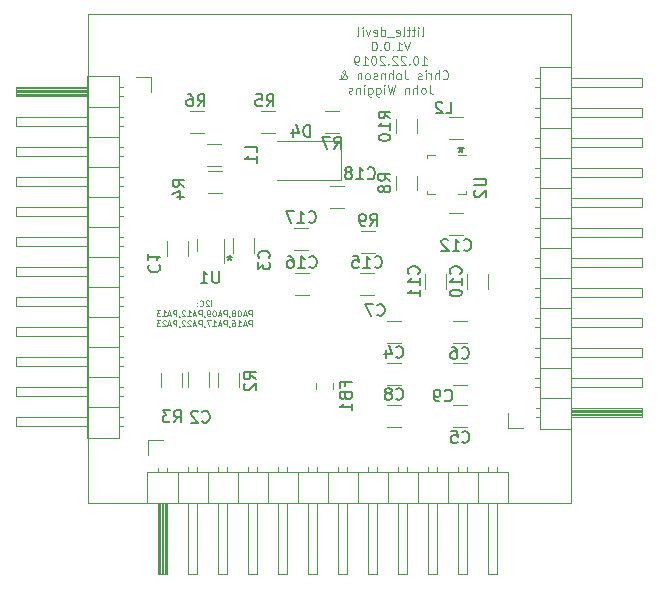
<source format=gbr>
G04 #@! TF.GenerationSoftware,KiCad,Pcbnew,(5.1.4)-1*
G04 #@! TF.CreationDate,2019-10-22T03:03:10-07:00*
G04 #@! TF.ProjectId,SAM_breakout_board,53414d5f-6272-4656-916b-6f75745f626f,rev?*
G04 #@! TF.SameCoordinates,PXd33a380PY5dfc8c0*
G04 #@! TF.FileFunction,Legend,Bot*
G04 #@! TF.FilePolarity,Positive*
%FSLAX46Y46*%
G04 Gerber Fmt 4.6, Leading zero omitted, Abs format (unit mm)*
G04 Created by KiCad (PCBNEW (5.1.4)-1) date 2019-10-22 03:03:10*
%MOMM*%
%LPD*%
G04 APERTURE LIST*
%ADD10C,0.100000*%
%ADD11C,0.150000*%
%ADD12C,0.050000*%
%ADD13C,0.120000*%
G04 APERTURE END LIST*
D10*
X-28360383Y33190155D02*
X-28288955Y33225869D01*
X-28253240Y33297298D01*
X-28253240Y33940155D01*
X-28646098Y33190155D02*
X-28646098Y33690155D01*
X-28646098Y33940155D02*
X-28610383Y33904440D01*
X-28646098Y33868726D01*
X-28681812Y33904440D01*
X-28646098Y33940155D01*
X-28646098Y33868726D01*
X-28896098Y33690155D02*
X-29181812Y33690155D01*
X-29003240Y33940155D02*
X-29003240Y33297298D01*
X-29038955Y33225869D01*
X-29110383Y33190155D01*
X-29181812Y33190155D01*
X-29324669Y33690155D02*
X-29610383Y33690155D01*
X-29431812Y33940155D02*
X-29431812Y33297298D01*
X-29467526Y33225869D01*
X-29538955Y33190155D01*
X-29610383Y33190155D01*
X-29967526Y33190155D02*
X-29896098Y33225869D01*
X-29860383Y33297298D01*
X-29860383Y33940155D01*
X-30538955Y33225869D02*
X-30467526Y33190155D01*
X-30324669Y33190155D01*
X-30253240Y33225869D01*
X-30217526Y33297298D01*
X-30217526Y33583012D01*
X-30253240Y33654440D01*
X-30324669Y33690155D01*
X-30467526Y33690155D01*
X-30538955Y33654440D01*
X-30574669Y33583012D01*
X-30574669Y33511583D01*
X-30217526Y33440155D01*
X-30717526Y33118726D02*
X-31288955Y33118726D01*
X-31788955Y33190155D02*
X-31788955Y33940155D01*
X-31788955Y33225869D02*
X-31717526Y33190155D01*
X-31574669Y33190155D01*
X-31503240Y33225869D01*
X-31467526Y33261583D01*
X-31431812Y33333012D01*
X-31431812Y33547298D01*
X-31467526Y33618726D01*
X-31503240Y33654440D01*
X-31574669Y33690155D01*
X-31717526Y33690155D01*
X-31788955Y33654440D01*
X-32431812Y33225869D02*
X-32360383Y33190155D01*
X-32217526Y33190155D01*
X-32146098Y33225869D01*
X-32110383Y33297298D01*
X-32110383Y33583012D01*
X-32146098Y33654440D01*
X-32217526Y33690155D01*
X-32360383Y33690155D01*
X-32431812Y33654440D01*
X-32467526Y33583012D01*
X-32467526Y33511583D01*
X-32110383Y33440155D01*
X-32717526Y33690155D02*
X-32896098Y33190155D01*
X-33074669Y33690155D01*
X-33360383Y33190155D02*
X-33360383Y33690155D01*
X-33360383Y33940155D02*
X-33324669Y33904440D01*
X-33360383Y33868726D01*
X-33396098Y33904440D01*
X-33360383Y33940155D01*
X-33360383Y33868726D01*
X-33824669Y33190155D02*
X-33753240Y33225869D01*
X-33717526Y33297298D01*
X-33717526Y33940155D01*
X-29324669Y32715155D02*
X-29574669Y31965155D01*
X-29824669Y32715155D01*
X-30467526Y31965155D02*
X-30038955Y31965155D01*
X-30253240Y31965155D02*
X-30253240Y32715155D01*
X-30181812Y32608012D01*
X-30110383Y32536583D01*
X-30038955Y32500869D01*
X-30788955Y32036583D02*
X-30824669Y32000869D01*
X-30788955Y31965155D01*
X-30753240Y32000869D01*
X-30788955Y32036583D01*
X-30788955Y31965155D01*
X-31288955Y32715155D02*
X-31360383Y32715155D01*
X-31431812Y32679440D01*
X-31467526Y32643726D01*
X-31503240Y32572298D01*
X-31538955Y32429440D01*
X-31538955Y32250869D01*
X-31503240Y32108012D01*
X-31467526Y32036583D01*
X-31431812Y32000869D01*
X-31360383Y31965155D01*
X-31288955Y31965155D01*
X-31217526Y32000869D01*
X-31181812Y32036583D01*
X-31146098Y32108012D01*
X-31110383Y32250869D01*
X-31110383Y32429440D01*
X-31146098Y32572298D01*
X-31181812Y32643726D01*
X-31217526Y32679440D01*
X-31288955Y32715155D01*
X-31860383Y32036583D02*
X-31896098Y32000869D01*
X-31860383Y31965155D01*
X-31824669Y32000869D01*
X-31860383Y32036583D01*
X-31860383Y31965155D01*
X-32360383Y32715155D02*
X-32431812Y32715155D01*
X-32503240Y32679440D01*
X-32538955Y32643726D01*
X-32574669Y32572298D01*
X-32610383Y32429440D01*
X-32610383Y32250869D01*
X-32574669Y32108012D01*
X-32538955Y32036583D01*
X-32503240Y32000869D01*
X-32431812Y31965155D01*
X-32360383Y31965155D01*
X-32288955Y32000869D01*
X-32253240Y32036583D01*
X-32217526Y32108012D01*
X-32181812Y32250869D01*
X-32181812Y32429440D01*
X-32217526Y32572298D01*
X-32253240Y32643726D01*
X-32288955Y32679440D01*
X-32360383Y32715155D01*
X-28360383Y30740155D02*
X-27931812Y30740155D01*
X-28146098Y30740155D02*
X-28146098Y31490155D01*
X-28074669Y31383012D01*
X-28003240Y31311583D01*
X-27931812Y31275869D01*
X-28824669Y31490155D02*
X-28896098Y31490155D01*
X-28967526Y31454440D01*
X-29003240Y31418726D01*
X-29038955Y31347298D01*
X-29074669Y31204440D01*
X-29074669Y31025869D01*
X-29038955Y30883012D01*
X-29003240Y30811583D01*
X-28967526Y30775869D01*
X-28896098Y30740155D01*
X-28824669Y30740155D01*
X-28753240Y30775869D01*
X-28717526Y30811583D01*
X-28681812Y30883012D01*
X-28646098Y31025869D01*
X-28646098Y31204440D01*
X-28681812Y31347298D01*
X-28717526Y31418726D01*
X-28753240Y31454440D01*
X-28824669Y31490155D01*
X-29396098Y30811583D02*
X-29431812Y30775869D01*
X-29396098Y30740155D01*
X-29360383Y30775869D01*
X-29396098Y30811583D01*
X-29396098Y30740155D01*
X-29717526Y31418726D02*
X-29753240Y31454440D01*
X-29824669Y31490155D01*
X-30003240Y31490155D01*
X-30074669Y31454440D01*
X-30110383Y31418726D01*
X-30146098Y31347298D01*
X-30146098Y31275869D01*
X-30110383Y31168726D01*
X-29681812Y30740155D01*
X-30146098Y30740155D01*
X-30431812Y31418726D02*
X-30467526Y31454440D01*
X-30538955Y31490155D01*
X-30717526Y31490155D01*
X-30788955Y31454440D01*
X-30824669Y31418726D01*
X-30860383Y31347298D01*
X-30860383Y31275869D01*
X-30824669Y31168726D01*
X-30396098Y30740155D01*
X-30860383Y30740155D01*
X-31181812Y30811583D02*
X-31217526Y30775869D01*
X-31181812Y30740155D01*
X-31146098Y30775869D01*
X-31181812Y30811583D01*
X-31181812Y30740155D01*
X-31503240Y31418726D02*
X-31538955Y31454440D01*
X-31610383Y31490155D01*
X-31788955Y31490155D01*
X-31860383Y31454440D01*
X-31896098Y31418726D01*
X-31931812Y31347298D01*
X-31931812Y31275869D01*
X-31896098Y31168726D01*
X-31467526Y30740155D01*
X-31931812Y30740155D01*
X-32396098Y31490155D02*
X-32467526Y31490155D01*
X-32538955Y31454440D01*
X-32574669Y31418726D01*
X-32610383Y31347298D01*
X-32646098Y31204440D01*
X-32646098Y31025869D01*
X-32610383Y30883012D01*
X-32574669Y30811583D01*
X-32538955Y30775869D01*
X-32467526Y30740155D01*
X-32396098Y30740155D01*
X-32324669Y30775869D01*
X-32288955Y30811583D01*
X-32253240Y30883012D01*
X-32217526Y31025869D01*
X-32217526Y31204440D01*
X-32253240Y31347298D01*
X-32288955Y31418726D01*
X-32324669Y31454440D01*
X-32396098Y31490155D01*
X-33360383Y30740155D02*
X-32931812Y30740155D01*
X-33146098Y30740155D02*
X-33146098Y31490155D01*
X-33074669Y31383012D01*
X-33003240Y31311583D01*
X-32931812Y31275869D01*
X-33717526Y30740155D02*
X-33860383Y30740155D01*
X-33931812Y30775869D01*
X-33967526Y30811583D01*
X-34038955Y30918726D01*
X-34074669Y31061583D01*
X-34074669Y31347298D01*
X-34038955Y31418726D01*
X-34003240Y31454440D01*
X-33931812Y31490155D01*
X-33788955Y31490155D01*
X-33717526Y31454440D01*
X-33681812Y31418726D01*
X-33646098Y31347298D01*
X-33646098Y31168726D01*
X-33681812Y31097298D01*
X-33717526Y31061583D01*
X-33788955Y31025869D01*
X-33931812Y31025869D01*
X-34003240Y31061583D01*
X-34038955Y31097298D01*
X-34074669Y31168726D01*
X-26574669Y29586583D02*
X-26538955Y29550869D01*
X-26431812Y29515155D01*
X-26360383Y29515155D01*
X-26253240Y29550869D01*
X-26181812Y29622298D01*
X-26146098Y29693726D01*
X-26110383Y29836583D01*
X-26110383Y29943726D01*
X-26146098Y30086583D01*
X-26181812Y30158012D01*
X-26253240Y30229440D01*
X-26360383Y30265155D01*
X-26431812Y30265155D01*
X-26538955Y30229440D01*
X-26574669Y30193726D01*
X-26896098Y29515155D02*
X-26896098Y30265155D01*
X-27217526Y29515155D02*
X-27217526Y29908012D01*
X-27181812Y29979440D01*
X-27110383Y30015155D01*
X-27003240Y30015155D01*
X-26931812Y29979440D01*
X-26896098Y29943726D01*
X-27574669Y29515155D02*
X-27574669Y30015155D01*
X-27574669Y29872298D02*
X-27610383Y29943726D01*
X-27646098Y29979440D01*
X-27717526Y30015155D01*
X-27788955Y30015155D01*
X-28038955Y29515155D02*
X-28038955Y30015155D01*
X-28038955Y30265155D02*
X-28003240Y30229440D01*
X-28038955Y30193726D01*
X-28074669Y30229440D01*
X-28038955Y30265155D01*
X-28038955Y30193726D01*
X-28360383Y29550869D02*
X-28431812Y29515155D01*
X-28574669Y29515155D01*
X-28646098Y29550869D01*
X-28681812Y29622298D01*
X-28681812Y29658012D01*
X-28646098Y29729440D01*
X-28574669Y29765155D01*
X-28467526Y29765155D01*
X-28396098Y29800869D01*
X-28360383Y29872298D01*
X-28360383Y29908012D01*
X-28396098Y29979440D01*
X-28467526Y30015155D01*
X-28574669Y30015155D01*
X-28646098Y29979440D01*
X-29788955Y30265155D02*
X-29788955Y29729440D01*
X-29753240Y29622298D01*
X-29681812Y29550869D01*
X-29574669Y29515155D01*
X-29503240Y29515155D01*
X-30253240Y29515155D02*
X-30181812Y29550869D01*
X-30146098Y29586583D01*
X-30110383Y29658012D01*
X-30110383Y29872298D01*
X-30146098Y29943726D01*
X-30181812Y29979440D01*
X-30253240Y30015155D01*
X-30360383Y30015155D01*
X-30431812Y29979440D01*
X-30467526Y29943726D01*
X-30503240Y29872298D01*
X-30503240Y29658012D01*
X-30467526Y29586583D01*
X-30431812Y29550869D01*
X-30360383Y29515155D01*
X-30253240Y29515155D01*
X-30824669Y29515155D02*
X-30824669Y30265155D01*
X-31146098Y29515155D02*
X-31146098Y29908012D01*
X-31110383Y29979440D01*
X-31038955Y30015155D01*
X-30931812Y30015155D01*
X-30860383Y29979440D01*
X-30824669Y29943726D01*
X-31503240Y30015155D02*
X-31503240Y29515155D01*
X-31503240Y29943726D02*
X-31538955Y29979440D01*
X-31610383Y30015155D01*
X-31717526Y30015155D01*
X-31788955Y29979440D01*
X-31824669Y29908012D01*
X-31824669Y29515155D01*
X-32146098Y29550869D02*
X-32217526Y29515155D01*
X-32360383Y29515155D01*
X-32431812Y29550869D01*
X-32467526Y29622298D01*
X-32467526Y29658012D01*
X-32431812Y29729440D01*
X-32360383Y29765155D01*
X-32253240Y29765155D01*
X-32181812Y29800869D01*
X-32146098Y29872298D01*
X-32146098Y29908012D01*
X-32181812Y29979440D01*
X-32253240Y30015155D01*
X-32360383Y30015155D01*
X-32431812Y29979440D01*
X-32896098Y29515155D02*
X-32824669Y29550869D01*
X-32788955Y29586583D01*
X-32753240Y29658012D01*
X-32753240Y29872298D01*
X-32788955Y29943726D01*
X-32824669Y29979440D01*
X-32896098Y30015155D01*
X-33003240Y30015155D01*
X-33074669Y29979440D01*
X-33110383Y29943726D01*
X-33146098Y29872298D01*
X-33146098Y29658012D01*
X-33110383Y29586583D01*
X-33074669Y29550869D01*
X-33003240Y29515155D01*
X-32896098Y29515155D01*
X-33467526Y30015155D02*
X-33467526Y29515155D01*
X-33467526Y29943726D02*
X-33503240Y29979440D01*
X-33574669Y30015155D01*
X-33681812Y30015155D01*
X-33753240Y29979440D01*
X-33788955Y29908012D01*
X-33788955Y29515155D01*
X-35324669Y29515155D02*
X-35288955Y29515155D01*
X-35217526Y29550869D01*
X-35110383Y29658012D01*
X-34931812Y29872298D01*
X-34860383Y29979440D01*
X-34824669Y30086583D01*
X-34824669Y30158012D01*
X-34860383Y30229440D01*
X-34931812Y30265155D01*
X-34967526Y30265155D01*
X-35038955Y30229440D01*
X-35074669Y30158012D01*
X-35074669Y30122298D01*
X-35038955Y30050869D01*
X-35003240Y30015155D01*
X-34788955Y29872298D01*
X-34753240Y29836583D01*
X-34717526Y29765155D01*
X-34717526Y29658012D01*
X-34753240Y29586583D01*
X-34788955Y29550869D01*
X-34860383Y29515155D01*
X-34967526Y29515155D01*
X-35038955Y29550869D01*
X-35074669Y29586583D01*
X-35181812Y29729440D01*
X-35217526Y29836583D01*
X-35217526Y29908012D01*
X-27699669Y29040155D02*
X-27699669Y28504440D01*
X-27663955Y28397298D01*
X-27592526Y28325869D01*
X-27485383Y28290155D01*
X-27413955Y28290155D01*
X-28163955Y28290155D02*
X-28092526Y28325869D01*
X-28056812Y28361583D01*
X-28021098Y28433012D01*
X-28021098Y28647298D01*
X-28056812Y28718726D01*
X-28092526Y28754440D01*
X-28163955Y28790155D01*
X-28271098Y28790155D01*
X-28342526Y28754440D01*
X-28378240Y28718726D01*
X-28413955Y28647298D01*
X-28413955Y28433012D01*
X-28378240Y28361583D01*
X-28342526Y28325869D01*
X-28271098Y28290155D01*
X-28163955Y28290155D01*
X-28735383Y28290155D02*
X-28735383Y29040155D01*
X-29056812Y28290155D02*
X-29056812Y28683012D01*
X-29021098Y28754440D01*
X-28949669Y28790155D01*
X-28842526Y28790155D01*
X-28771098Y28754440D01*
X-28735383Y28718726D01*
X-29413955Y28790155D02*
X-29413955Y28290155D01*
X-29413955Y28718726D02*
X-29449669Y28754440D01*
X-29521098Y28790155D01*
X-29628240Y28790155D01*
X-29699669Y28754440D01*
X-29735383Y28683012D01*
X-29735383Y28290155D01*
X-30592526Y29040155D02*
X-30771098Y28290155D01*
X-30913955Y28825869D01*
X-31056812Y28290155D01*
X-31235383Y29040155D01*
X-31521098Y28290155D02*
X-31521098Y28790155D01*
X-31521098Y29040155D02*
X-31485383Y29004440D01*
X-31521098Y28968726D01*
X-31556812Y29004440D01*
X-31521098Y29040155D01*
X-31521098Y28968726D01*
X-32199669Y28790155D02*
X-32199669Y28183012D01*
X-32163955Y28111583D01*
X-32128240Y28075869D01*
X-32056812Y28040155D01*
X-31949669Y28040155D01*
X-31878240Y28075869D01*
X-32199669Y28325869D02*
X-32128240Y28290155D01*
X-31985383Y28290155D01*
X-31913955Y28325869D01*
X-31878240Y28361583D01*
X-31842526Y28433012D01*
X-31842526Y28647298D01*
X-31878240Y28718726D01*
X-31913955Y28754440D01*
X-31985383Y28790155D01*
X-32128240Y28790155D01*
X-32199669Y28754440D01*
X-32878240Y28790155D02*
X-32878240Y28183012D01*
X-32842526Y28111583D01*
X-32806812Y28075869D01*
X-32735383Y28040155D01*
X-32628240Y28040155D01*
X-32556812Y28075869D01*
X-32878240Y28325869D02*
X-32806812Y28290155D01*
X-32663955Y28290155D01*
X-32592526Y28325869D01*
X-32556812Y28361583D01*
X-32521098Y28433012D01*
X-32521098Y28647298D01*
X-32556812Y28718726D01*
X-32592526Y28754440D01*
X-32663955Y28790155D01*
X-32806812Y28790155D01*
X-32878240Y28754440D01*
X-33235383Y28290155D02*
X-33235383Y28790155D01*
X-33235383Y29040155D02*
X-33199669Y29004440D01*
X-33235383Y28968726D01*
X-33271098Y29004440D01*
X-33235383Y29040155D01*
X-33235383Y28968726D01*
X-33592526Y28790155D02*
X-33592526Y28290155D01*
X-33592526Y28718726D02*
X-33628240Y28754440D01*
X-33699669Y28790155D01*
X-33806812Y28790155D01*
X-33878240Y28754440D01*
X-33913955Y28683012D01*
X-33913955Y28290155D01*
X-34235383Y28325869D02*
X-34306812Y28290155D01*
X-34449669Y28290155D01*
X-34521098Y28325869D01*
X-34556812Y28397298D01*
X-34556812Y28433012D01*
X-34521098Y28504440D01*
X-34449669Y28540155D01*
X-34342526Y28540155D01*
X-34271098Y28575869D01*
X-34235383Y28647298D01*
X-34235383Y28683012D01*
X-34271098Y28754440D01*
X-34342526Y28790155D01*
X-34449669Y28790155D01*
X-34521098Y28754440D01*
D11*
X-44627800Y14639540D02*
X-44627800Y14401444D01*
X-44389705Y14496682D02*
X-44627800Y14401444D01*
X-44865896Y14496682D01*
X-44484943Y14210968D02*
X-44627800Y14401444D01*
X-44770658Y14210968D01*
X-25059640Y23824180D02*
X-25059640Y23586084D01*
X-24821545Y23681322D02*
X-25059640Y23586084D01*
X-25297736Y23681322D01*
X-24916783Y23395608D02*
X-25059640Y23586084D01*
X-25202498Y23395608D01*
D10*
X-46159338Y10301210D02*
X-46159338Y10801210D01*
X-46373623Y10753591D02*
X-46397433Y10777400D01*
X-46445052Y10801210D01*
X-46564100Y10801210D01*
X-46611719Y10777400D01*
X-46635528Y10753591D01*
X-46659338Y10705972D01*
X-46659338Y10658353D01*
X-46635528Y10586924D01*
X-46349814Y10301210D01*
X-46659338Y10301210D01*
X-47159338Y10348829D02*
X-47135528Y10325020D01*
X-47064100Y10301210D01*
X-47016480Y10301210D01*
X-46945052Y10325020D01*
X-46897433Y10372639D01*
X-46873623Y10420258D01*
X-46849814Y10515496D01*
X-46849814Y10586924D01*
X-46873623Y10682162D01*
X-46897433Y10729781D01*
X-46945052Y10777400D01*
X-47016480Y10801210D01*
X-47064100Y10801210D01*
X-47135528Y10777400D01*
X-47159338Y10753591D01*
X-47373623Y10348829D02*
X-47397433Y10325020D01*
X-47373623Y10301210D01*
X-47349814Y10325020D01*
X-47373623Y10348829D01*
X-47373623Y10301210D01*
X-47373623Y10610734D02*
X-47397433Y10586924D01*
X-47373623Y10563115D01*
X-47349814Y10586924D01*
X-47373623Y10610734D01*
X-47373623Y10563115D01*
X-42766480Y9451210D02*
X-42766480Y9951210D01*
X-42956957Y9951210D01*
X-43004576Y9927400D01*
X-43028385Y9903591D01*
X-43052195Y9855972D01*
X-43052195Y9784543D01*
X-43028385Y9736924D01*
X-43004576Y9713115D01*
X-42956957Y9689305D01*
X-42766480Y9689305D01*
X-43242671Y9594067D02*
X-43480766Y9594067D01*
X-43195052Y9451210D02*
X-43361719Y9951210D01*
X-43528385Y9451210D01*
X-43790290Y9951210D02*
X-43837909Y9951210D01*
X-43885528Y9927400D01*
X-43909338Y9903591D01*
X-43933147Y9855972D01*
X-43956957Y9760734D01*
X-43956957Y9641686D01*
X-43933147Y9546448D01*
X-43909338Y9498829D01*
X-43885528Y9475020D01*
X-43837909Y9451210D01*
X-43790290Y9451210D01*
X-43742671Y9475020D01*
X-43718861Y9498829D01*
X-43695052Y9546448D01*
X-43671242Y9641686D01*
X-43671242Y9760734D01*
X-43695052Y9855972D01*
X-43718861Y9903591D01*
X-43742671Y9927400D01*
X-43790290Y9951210D01*
X-44242671Y9736924D02*
X-44195052Y9760734D01*
X-44171242Y9784543D01*
X-44147433Y9832162D01*
X-44147433Y9855972D01*
X-44171242Y9903591D01*
X-44195052Y9927400D01*
X-44242671Y9951210D01*
X-44337909Y9951210D01*
X-44385528Y9927400D01*
X-44409338Y9903591D01*
X-44433147Y9855972D01*
X-44433147Y9832162D01*
X-44409338Y9784543D01*
X-44385528Y9760734D01*
X-44337909Y9736924D01*
X-44242671Y9736924D01*
X-44195052Y9713115D01*
X-44171242Y9689305D01*
X-44147433Y9641686D01*
X-44147433Y9546448D01*
X-44171242Y9498829D01*
X-44195052Y9475020D01*
X-44242671Y9451210D01*
X-44337909Y9451210D01*
X-44385528Y9475020D01*
X-44409338Y9498829D01*
X-44433147Y9546448D01*
X-44433147Y9641686D01*
X-44409338Y9689305D01*
X-44385528Y9713115D01*
X-44337909Y9736924D01*
X-44671242Y9475020D02*
X-44671242Y9451210D01*
X-44647433Y9403591D01*
X-44623623Y9379781D01*
X-44885528Y9451210D02*
X-44885528Y9951210D01*
X-45076004Y9951210D01*
X-45123623Y9927400D01*
X-45147433Y9903591D01*
X-45171242Y9855972D01*
X-45171242Y9784543D01*
X-45147433Y9736924D01*
X-45123623Y9713115D01*
X-45076004Y9689305D01*
X-44885528Y9689305D01*
X-45361719Y9594067D02*
X-45599814Y9594067D01*
X-45314100Y9451210D02*
X-45480766Y9951210D01*
X-45647433Y9451210D01*
X-45909338Y9951210D02*
X-45956957Y9951210D01*
X-46004576Y9927400D01*
X-46028385Y9903591D01*
X-46052195Y9855972D01*
X-46076004Y9760734D01*
X-46076004Y9641686D01*
X-46052195Y9546448D01*
X-46028385Y9498829D01*
X-46004576Y9475020D01*
X-45956957Y9451210D01*
X-45909338Y9451210D01*
X-45861719Y9475020D01*
X-45837909Y9498829D01*
X-45814100Y9546448D01*
X-45790290Y9641686D01*
X-45790290Y9760734D01*
X-45814100Y9855972D01*
X-45837909Y9903591D01*
X-45861719Y9927400D01*
X-45909338Y9951210D01*
X-46314100Y9451210D02*
X-46409338Y9451210D01*
X-46456957Y9475020D01*
X-46480766Y9498829D01*
X-46528385Y9570258D01*
X-46552195Y9665496D01*
X-46552195Y9855972D01*
X-46528385Y9903591D01*
X-46504576Y9927400D01*
X-46456957Y9951210D01*
X-46361719Y9951210D01*
X-46314100Y9927400D01*
X-46290290Y9903591D01*
X-46266480Y9855972D01*
X-46266480Y9736924D01*
X-46290290Y9689305D01*
X-46314100Y9665496D01*
X-46361719Y9641686D01*
X-46456957Y9641686D01*
X-46504576Y9665496D01*
X-46528385Y9689305D01*
X-46552195Y9736924D01*
X-46790290Y9475020D02*
X-46790290Y9451210D01*
X-46766480Y9403591D01*
X-46742671Y9379781D01*
X-47004576Y9451210D02*
X-47004576Y9951210D01*
X-47195052Y9951210D01*
X-47242671Y9927400D01*
X-47266480Y9903591D01*
X-47290290Y9855972D01*
X-47290290Y9784543D01*
X-47266480Y9736924D01*
X-47242671Y9713115D01*
X-47195052Y9689305D01*
X-47004576Y9689305D01*
X-47480766Y9594067D02*
X-47718861Y9594067D01*
X-47433147Y9451210D02*
X-47599814Y9951210D01*
X-47766480Y9451210D01*
X-48195052Y9451210D02*
X-47909338Y9451210D01*
X-48052195Y9451210D02*
X-48052195Y9951210D01*
X-48004576Y9879781D01*
X-47956957Y9832162D01*
X-47909338Y9808353D01*
X-48385528Y9903591D02*
X-48409338Y9927400D01*
X-48456957Y9951210D01*
X-48576004Y9951210D01*
X-48623623Y9927400D01*
X-48647433Y9903591D01*
X-48671242Y9855972D01*
X-48671242Y9808353D01*
X-48647433Y9736924D01*
X-48361719Y9451210D01*
X-48671242Y9451210D01*
X-48909338Y9475020D02*
X-48909338Y9451210D01*
X-48885528Y9403591D01*
X-48861719Y9379781D01*
X-49123623Y9451210D02*
X-49123623Y9951210D01*
X-49314100Y9951210D01*
X-49361719Y9927400D01*
X-49385528Y9903591D01*
X-49409338Y9855972D01*
X-49409338Y9784543D01*
X-49385528Y9736924D01*
X-49361719Y9713115D01*
X-49314100Y9689305D01*
X-49123623Y9689305D01*
X-49599814Y9594067D02*
X-49837909Y9594067D01*
X-49552195Y9451210D02*
X-49718861Y9951210D01*
X-49885528Y9451210D01*
X-50314100Y9451210D02*
X-50028385Y9451210D01*
X-50171242Y9451210D02*
X-50171242Y9951210D01*
X-50123623Y9879781D01*
X-50076004Y9832162D01*
X-50028385Y9808353D01*
X-50480766Y9951210D02*
X-50790290Y9951210D01*
X-50623623Y9760734D01*
X-50695052Y9760734D01*
X-50742671Y9736924D01*
X-50766480Y9713115D01*
X-50790290Y9665496D01*
X-50790290Y9546448D01*
X-50766480Y9498829D01*
X-50742671Y9475020D01*
X-50695052Y9451210D01*
X-50552195Y9451210D01*
X-50504576Y9475020D01*
X-50480766Y9498829D01*
X-42766480Y8601210D02*
X-42766480Y9101210D01*
X-42956957Y9101210D01*
X-43004576Y9077400D01*
X-43028385Y9053591D01*
X-43052195Y9005972D01*
X-43052195Y8934543D01*
X-43028385Y8886924D01*
X-43004576Y8863115D01*
X-42956957Y8839305D01*
X-42766480Y8839305D01*
X-43242671Y8744067D02*
X-43480766Y8744067D01*
X-43195052Y8601210D02*
X-43361719Y9101210D01*
X-43528385Y8601210D01*
X-43956957Y8601210D02*
X-43671242Y8601210D01*
X-43814100Y8601210D02*
X-43814100Y9101210D01*
X-43766480Y9029781D01*
X-43718861Y8982162D01*
X-43671242Y8958353D01*
X-44385528Y9101210D02*
X-44290290Y9101210D01*
X-44242671Y9077400D01*
X-44218861Y9053591D01*
X-44171242Y8982162D01*
X-44147433Y8886924D01*
X-44147433Y8696448D01*
X-44171242Y8648829D01*
X-44195052Y8625020D01*
X-44242671Y8601210D01*
X-44337909Y8601210D01*
X-44385528Y8625020D01*
X-44409338Y8648829D01*
X-44433147Y8696448D01*
X-44433147Y8815496D01*
X-44409338Y8863115D01*
X-44385528Y8886924D01*
X-44337909Y8910734D01*
X-44242671Y8910734D01*
X-44195052Y8886924D01*
X-44171242Y8863115D01*
X-44147433Y8815496D01*
X-44671242Y8625020D02*
X-44671242Y8601210D01*
X-44647433Y8553591D01*
X-44623623Y8529781D01*
X-44885528Y8601210D02*
X-44885528Y9101210D01*
X-45076004Y9101210D01*
X-45123623Y9077400D01*
X-45147433Y9053591D01*
X-45171242Y9005972D01*
X-45171242Y8934543D01*
X-45147433Y8886924D01*
X-45123623Y8863115D01*
X-45076004Y8839305D01*
X-44885528Y8839305D01*
X-45361719Y8744067D02*
X-45599814Y8744067D01*
X-45314100Y8601210D02*
X-45480766Y9101210D01*
X-45647433Y8601210D01*
X-46076004Y8601210D02*
X-45790290Y8601210D01*
X-45933147Y8601210D02*
X-45933147Y9101210D01*
X-45885528Y9029781D01*
X-45837909Y8982162D01*
X-45790290Y8958353D01*
X-46242671Y9101210D02*
X-46576004Y9101210D01*
X-46361719Y8601210D01*
X-46790290Y8625020D02*
X-46790290Y8601210D01*
X-46766480Y8553591D01*
X-46742671Y8529781D01*
X-47004576Y8601210D02*
X-47004576Y9101210D01*
X-47195052Y9101210D01*
X-47242671Y9077400D01*
X-47266480Y9053591D01*
X-47290290Y9005972D01*
X-47290290Y8934543D01*
X-47266480Y8886924D01*
X-47242671Y8863115D01*
X-47195052Y8839305D01*
X-47004576Y8839305D01*
X-47480766Y8744067D02*
X-47718861Y8744067D01*
X-47433147Y8601210D02*
X-47599814Y9101210D01*
X-47766480Y8601210D01*
X-47909338Y9053591D02*
X-47933147Y9077400D01*
X-47980766Y9101210D01*
X-48099814Y9101210D01*
X-48147433Y9077400D01*
X-48171242Y9053591D01*
X-48195052Y9005972D01*
X-48195052Y8958353D01*
X-48171242Y8886924D01*
X-47885528Y8601210D01*
X-48195052Y8601210D01*
X-48385528Y9053591D02*
X-48409338Y9077400D01*
X-48456957Y9101210D01*
X-48576004Y9101210D01*
X-48623623Y9077400D01*
X-48647433Y9053591D01*
X-48671242Y9005972D01*
X-48671242Y8958353D01*
X-48647433Y8886924D01*
X-48361719Y8601210D01*
X-48671242Y8601210D01*
X-48909338Y8625020D02*
X-48909338Y8601210D01*
X-48885528Y8553591D01*
X-48861719Y8529781D01*
X-49123623Y8601210D02*
X-49123623Y9101210D01*
X-49314100Y9101210D01*
X-49361719Y9077400D01*
X-49385528Y9053591D01*
X-49409338Y9005972D01*
X-49409338Y8934543D01*
X-49385528Y8886924D01*
X-49361719Y8863115D01*
X-49314100Y8839305D01*
X-49123623Y8839305D01*
X-49599814Y8744067D02*
X-49837909Y8744067D01*
X-49552195Y8601210D02*
X-49718861Y9101210D01*
X-49885528Y8601210D01*
X-50028385Y9053591D02*
X-50052195Y9077400D01*
X-50099814Y9101210D01*
X-50218861Y9101210D01*
X-50266480Y9077400D01*
X-50290290Y9053591D01*
X-50314100Y9005972D01*
X-50314100Y8958353D01*
X-50290290Y8886924D01*
X-50004576Y8601210D01*
X-50314100Y8601210D01*
X-50480766Y9101210D02*
X-50790290Y9101210D01*
X-50623623Y8910734D01*
X-50695052Y8910734D01*
X-50742671Y8886924D01*
X-50766480Y8863115D01*
X-50790290Y8815496D01*
X-50790290Y8696448D01*
X-50766480Y8648829D01*
X-50742671Y8625020D01*
X-50695052Y8601210D01*
X-50552195Y8601210D01*
X-50504576Y8625020D01*
X-50480766Y8648829D01*
D12*
X-56642000Y-6350000D02*
X-56642000Y35052000D01*
X-15748000Y-6350000D02*
X-56642000Y-6350000D01*
X-15748000Y35052000D02*
X-15748000Y-6350000D01*
X-56642000Y35052000D02*
X-15748000Y35052000D01*
D13*
X-51562000Y-1016000D02*
X-51562000Y-2286000D01*
X-50292000Y-1016000D02*
X-51562000Y-1016000D01*
X-21972000Y-3328929D02*
X-21972000Y-3726000D01*
X-22732000Y-3328929D02*
X-22732000Y-3726000D01*
X-21972000Y-12386000D02*
X-21972000Y-6386000D01*
X-22732000Y-12386000D02*
X-21972000Y-12386000D01*
X-22732000Y-6386000D02*
X-22732000Y-12386000D01*
X-23622000Y-3726000D02*
X-23622000Y-6386000D01*
X-24512000Y-3328929D02*
X-24512000Y-3726000D01*
X-25272000Y-3328929D02*
X-25272000Y-3726000D01*
X-24512000Y-12386000D02*
X-24512000Y-6386000D01*
X-25272000Y-12386000D02*
X-24512000Y-12386000D01*
X-25272000Y-6386000D02*
X-25272000Y-12386000D01*
X-26162000Y-3726000D02*
X-26162000Y-6386000D01*
X-27052000Y-3328929D02*
X-27052000Y-3726000D01*
X-27812000Y-3328929D02*
X-27812000Y-3726000D01*
X-27052000Y-12386000D02*
X-27052000Y-6386000D01*
X-27812000Y-12386000D02*
X-27052000Y-12386000D01*
X-27812000Y-6386000D02*
X-27812000Y-12386000D01*
X-28702000Y-3726000D02*
X-28702000Y-6386000D01*
X-29592000Y-3328929D02*
X-29592000Y-3726000D01*
X-30352000Y-3328929D02*
X-30352000Y-3726000D01*
X-29592000Y-12386000D02*
X-29592000Y-6386000D01*
X-30352000Y-12386000D02*
X-29592000Y-12386000D01*
X-30352000Y-6386000D02*
X-30352000Y-12386000D01*
X-31242000Y-3726000D02*
X-31242000Y-6386000D01*
X-32132000Y-3328929D02*
X-32132000Y-3726000D01*
X-32892000Y-3328929D02*
X-32892000Y-3726000D01*
X-32132000Y-12386000D02*
X-32132000Y-6386000D01*
X-32892000Y-12386000D02*
X-32132000Y-12386000D01*
X-32892000Y-6386000D02*
X-32892000Y-12386000D01*
X-33782000Y-3726000D02*
X-33782000Y-6386000D01*
X-34672000Y-3328929D02*
X-34672000Y-3726000D01*
X-35432000Y-3328929D02*
X-35432000Y-3726000D01*
X-34672000Y-12386000D02*
X-34672000Y-6386000D01*
X-35432000Y-12386000D02*
X-34672000Y-12386000D01*
X-35432000Y-6386000D02*
X-35432000Y-12386000D01*
X-36322000Y-3726000D02*
X-36322000Y-6386000D01*
X-37212000Y-3328929D02*
X-37212000Y-3726000D01*
X-37972000Y-3328929D02*
X-37972000Y-3726000D01*
X-37212000Y-12386000D02*
X-37212000Y-6386000D01*
X-37972000Y-12386000D02*
X-37212000Y-12386000D01*
X-37972000Y-6386000D02*
X-37972000Y-12386000D01*
X-38862000Y-3726000D02*
X-38862000Y-6386000D01*
X-39752000Y-3328929D02*
X-39752000Y-3726000D01*
X-40512000Y-3328929D02*
X-40512000Y-3726000D01*
X-39752000Y-12386000D02*
X-39752000Y-6386000D01*
X-40512000Y-12386000D02*
X-39752000Y-12386000D01*
X-40512000Y-6386000D02*
X-40512000Y-12386000D01*
X-41402000Y-3726000D02*
X-41402000Y-6386000D01*
X-42292000Y-3328929D02*
X-42292000Y-3726000D01*
X-43052000Y-3328929D02*
X-43052000Y-3726000D01*
X-42292000Y-12386000D02*
X-42292000Y-6386000D01*
X-43052000Y-12386000D02*
X-42292000Y-12386000D01*
X-43052000Y-6386000D02*
X-43052000Y-12386000D01*
X-43942000Y-3726000D02*
X-43942000Y-6386000D01*
X-44832000Y-3328929D02*
X-44832000Y-3726000D01*
X-45592000Y-3328929D02*
X-45592000Y-3726000D01*
X-44832000Y-12386000D02*
X-44832000Y-6386000D01*
X-45592000Y-12386000D02*
X-44832000Y-12386000D01*
X-45592000Y-6386000D02*
X-45592000Y-12386000D01*
X-46482000Y-3726000D02*
X-46482000Y-6386000D01*
X-47372000Y-3328929D02*
X-47372000Y-3726000D01*
X-48132000Y-3328929D02*
X-48132000Y-3726000D01*
X-47372000Y-12386000D02*
X-47372000Y-6386000D01*
X-48132000Y-12386000D02*
X-47372000Y-12386000D01*
X-48132000Y-6386000D02*
X-48132000Y-12386000D01*
X-49022000Y-3726000D02*
X-49022000Y-6386000D01*
X-49912000Y-3396000D02*
X-49912000Y-3726000D01*
X-50672000Y-3396000D02*
X-50672000Y-3726000D01*
X-50012000Y-6386000D02*
X-50012000Y-12386000D01*
X-50132000Y-6386000D02*
X-50132000Y-12386000D01*
X-50252000Y-6386000D02*
X-50252000Y-12386000D01*
X-50372000Y-6386000D02*
X-50372000Y-12386000D01*
X-50492000Y-6386000D02*
X-50492000Y-12386000D01*
X-50612000Y-6386000D02*
X-50612000Y-12386000D01*
X-49912000Y-12386000D02*
X-49912000Y-6386000D01*
X-50672000Y-12386000D02*
X-49912000Y-12386000D01*
X-50672000Y-6386000D02*
X-50672000Y-12386000D01*
X-51622000Y-6386000D02*
X-51622000Y-3726000D01*
X-21022000Y-6386000D02*
X-51622000Y-6386000D01*
X-21022000Y-3726000D02*
X-21022000Y-6386000D01*
X-51622000Y-3726000D02*
X-21022000Y-3726000D01*
X-21082000Y0D02*
X-19812000Y0D01*
X-21082000Y1270000D02*
X-21082000Y0D01*
X-18769071Y29590000D02*
X-18372000Y29590000D01*
X-18769071Y28830000D02*
X-18372000Y28830000D01*
X-9712000Y29590000D02*
X-15712000Y29590000D01*
X-9712000Y28830000D02*
X-9712000Y29590000D01*
X-15712000Y28830000D02*
X-9712000Y28830000D01*
X-18372000Y27940000D02*
X-15712000Y27940000D01*
X-18769071Y27050000D02*
X-18372000Y27050000D01*
X-18769071Y26290000D02*
X-18372000Y26290000D01*
X-9712000Y27050000D02*
X-15712000Y27050000D01*
X-9712000Y26290000D02*
X-9712000Y27050000D01*
X-15712000Y26290000D02*
X-9712000Y26290000D01*
X-18372000Y25400000D02*
X-15712000Y25400000D01*
X-18769071Y24510000D02*
X-18372000Y24510000D01*
X-18769071Y23750000D02*
X-18372000Y23750000D01*
X-9712000Y24510000D02*
X-15712000Y24510000D01*
X-9712000Y23750000D02*
X-9712000Y24510000D01*
X-15712000Y23750000D02*
X-9712000Y23750000D01*
X-18372000Y22860000D02*
X-15712000Y22860000D01*
X-18769071Y21970000D02*
X-18372000Y21970000D01*
X-18769071Y21210000D02*
X-18372000Y21210000D01*
X-9712000Y21970000D02*
X-15712000Y21970000D01*
X-9712000Y21210000D02*
X-9712000Y21970000D01*
X-15712000Y21210000D02*
X-9712000Y21210000D01*
X-18372000Y20320000D02*
X-15712000Y20320000D01*
X-18769071Y19430000D02*
X-18372000Y19430000D01*
X-18769071Y18670000D02*
X-18372000Y18670000D01*
X-9712000Y19430000D02*
X-15712000Y19430000D01*
X-9712000Y18670000D02*
X-9712000Y19430000D01*
X-15712000Y18670000D02*
X-9712000Y18670000D01*
X-18372000Y17780000D02*
X-15712000Y17780000D01*
X-18769071Y16890000D02*
X-18372000Y16890000D01*
X-18769071Y16130000D02*
X-18372000Y16130000D01*
X-9712000Y16890000D02*
X-15712000Y16890000D01*
X-9712000Y16130000D02*
X-9712000Y16890000D01*
X-15712000Y16130000D02*
X-9712000Y16130000D01*
X-18372000Y15240000D02*
X-15712000Y15240000D01*
X-18769071Y14350000D02*
X-18372000Y14350000D01*
X-18769071Y13590000D02*
X-18372000Y13590000D01*
X-9712000Y14350000D02*
X-15712000Y14350000D01*
X-9712000Y13590000D02*
X-9712000Y14350000D01*
X-15712000Y13590000D02*
X-9712000Y13590000D01*
X-18372000Y12700000D02*
X-15712000Y12700000D01*
X-18769071Y11810000D02*
X-18372000Y11810000D01*
X-18769071Y11050000D02*
X-18372000Y11050000D01*
X-9712000Y11810000D02*
X-15712000Y11810000D01*
X-9712000Y11050000D02*
X-9712000Y11810000D01*
X-15712000Y11050000D02*
X-9712000Y11050000D01*
X-18372000Y10160000D02*
X-15712000Y10160000D01*
X-18769071Y9270000D02*
X-18372000Y9270000D01*
X-18769071Y8510000D02*
X-18372000Y8510000D01*
X-9712000Y9270000D02*
X-15712000Y9270000D01*
X-9712000Y8510000D02*
X-9712000Y9270000D01*
X-15712000Y8510000D02*
X-9712000Y8510000D01*
X-18372000Y7620000D02*
X-15712000Y7620000D01*
X-18769071Y6730000D02*
X-18372000Y6730000D01*
X-18769071Y5970000D02*
X-18372000Y5970000D01*
X-9712000Y6730000D02*
X-15712000Y6730000D01*
X-9712000Y5970000D02*
X-9712000Y6730000D01*
X-15712000Y5970000D02*
X-9712000Y5970000D01*
X-18372000Y5080000D02*
X-15712000Y5080000D01*
X-18769071Y4190000D02*
X-18372000Y4190000D01*
X-18769071Y3430000D02*
X-18372000Y3430000D01*
X-9712000Y4190000D02*
X-15712000Y4190000D01*
X-9712000Y3430000D02*
X-9712000Y4190000D01*
X-15712000Y3430000D02*
X-9712000Y3430000D01*
X-18372000Y2540000D02*
X-15712000Y2540000D01*
X-18702000Y1650000D02*
X-18372000Y1650000D01*
X-18702000Y890000D02*
X-18372000Y890000D01*
X-15712000Y1550000D02*
X-9712000Y1550000D01*
X-15712000Y1430000D02*
X-9712000Y1430000D01*
X-15712000Y1310000D02*
X-9712000Y1310000D01*
X-15712000Y1190000D02*
X-9712000Y1190000D01*
X-15712000Y1070000D02*
X-9712000Y1070000D01*
X-15712000Y950000D02*
X-9712000Y950000D01*
X-9712000Y1650000D02*
X-15712000Y1650000D01*
X-9712000Y890000D02*
X-9712000Y1650000D01*
X-15712000Y890000D02*
X-9712000Y890000D01*
X-15712000Y-60000D02*
X-18372000Y-60000D01*
X-15712000Y30540000D02*
X-15712000Y-60000D01*
X-18372000Y30540000D02*
X-15712000Y30540000D01*
X-18372000Y-60000D02*
X-18372000Y30540000D01*
X-30095436Y106000D02*
X-31299564Y106000D01*
X-30095436Y1926000D02*
X-31299564Y1926000D01*
X-24639000Y19813000D02*
X-24639000Y20063000D01*
X-27939000Y20063000D02*
X-27939000Y19813000D01*
X-27939000Y22863000D02*
X-27939000Y23113000D01*
X-24639000Y19813000D02*
X-25304000Y19813000D01*
X-27274000Y23113000D02*
X-27939000Y23113000D01*
X-24639000Y23113000D02*
X-25304000Y23113000D01*
X-27274000Y19813000D02*
X-27939000Y19813000D01*
X-45108000Y13994000D02*
X-45108000Y15994000D01*
X-47348000Y15994000D02*
X-47348000Y14994000D01*
X-28731800Y26161624D02*
X-28731800Y24957496D01*
X-30551800Y26161624D02*
X-30551800Y24957496D01*
X-32287936Y14838000D02*
X-33492064Y14838000D01*
X-32287936Y16658000D02*
X-33492064Y16658000D01*
X-28741960Y21341624D02*
X-28741960Y20137496D01*
X-30561960Y21341624D02*
X-30561960Y20137496D01*
X-36546064Y26818000D02*
X-35341936Y26818000D01*
X-36546064Y24998000D02*
X-35341936Y24998000D01*
X-47976064Y26818000D02*
X-46771936Y26818000D01*
X-47976064Y24998000D02*
X-46771936Y24998000D01*
X-42004064Y26818000D02*
X-40799936Y26818000D01*
X-42004064Y24998000D02*
X-40799936Y24998000D01*
X-45247936Y19918000D02*
X-46452064Y19918000D01*
X-45247936Y21738000D02*
X-46452064Y21738000D01*
X-50440000Y3461936D02*
X-50440000Y4666064D01*
X-48620000Y3461936D02*
X-48620000Y4666064D01*
X-43794000Y4666064D02*
X-43794000Y3461936D01*
X-45614000Y4666064D02*
X-45614000Y3461936D01*
X-24834436Y24490000D02*
X-26038564Y24490000D01*
X-24834436Y26310000D02*
X-26038564Y26310000D01*
X-46539564Y24024000D02*
X-45335436Y24024000D01*
X-46539564Y22204000D02*
X-45335436Y22204000D01*
X-51308000Y29718000D02*
X-52578000Y29718000D01*
X-51308000Y28448000D02*
X-51308000Y29718000D01*
X-53620929Y128000D02*
X-54018000Y128000D01*
X-53620929Y888000D02*
X-54018000Y888000D01*
X-62678000Y128000D02*
X-56678000Y128000D01*
X-62678000Y888000D02*
X-62678000Y128000D01*
X-56678000Y888000D02*
X-62678000Y888000D01*
X-54018000Y1778000D02*
X-56678000Y1778000D01*
X-53620929Y2668000D02*
X-54018000Y2668000D01*
X-53620929Y3428000D02*
X-54018000Y3428000D01*
X-62678000Y2668000D02*
X-56678000Y2668000D01*
X-62678000Y3428000D02*
X-62678000Y2668000D01*
X-56678000Y3428000D02*
X-62678000Y3428000D01*
X-54018000Y4318000D02*
X-56678000Y4318000D01*
X-53620929Y5208000D02*
X-54018000Y5208000D01*
X-53620929Y5968000D02*
X-54018000Y5968000D01*
X-62678000Y5208000D02*
X-56678000Y5208000D01*
X-62678000Y5968000D02*
X-62678000Y5208000D01*
X-56678000Y5968000D02*
X-62678000Y5968000D01*
X-54018000Y6858000D02*
X-56678000Y6858000D01*
X-53620929Y7748000D02*
X-54018000Y7748000D01*
X-53620929Y8508000D02*
X-54018000Y8508000D01*
X-62678000Y7748000D02*
X-56678000Y7748000D01*
X-62678000Y8508000D02*
X-62678000Y7748000D01*
X-56678000Y8508000D02*
X-62678000Y8508000D01*
X-54018000Y9398000D02*
X-56678000Y9398000D01*
X-53620929Y10288000D02*
X-54018000Y10288000D01*
X-53620929Y11048000D02*
X-54018000Y11048000D01*
X-62678000Y10288000D02*
X-56678000Y10288000D01*
X-62678000Y11048000D02*
X-62678000Y10288000D01*
X-56678000Y11048000D02*
X-62678000Y11048000D01*
X-54018000Y11938000D02*
X-56678000Y11938000D01*
X-53620929Y12828000D02*
X-54018000Y12828000D01*
X-53620929Y13588000D02*
X-54018000Y13588000D01*
X-62678000Y12828000D02*
X-56678000Y12828000D01*
X-62678000Y13588000D02*
X-62678000Y12828000D01*
X-56678000Y13588000D02*
X-62678000Y13588000D01*
X-54018000Y14478000D02*
X-56678000Y14478000D01*
X-53620929Y15368000D02*
X-54018000Y15368000D01*
X-53620929Y16128000D02*
X-54018000Y16128000D01*
X-62678000Y15368000D02*
X-56678000Y15368000D01*
X-62678000Y16128000D02*
X-62678000Y15368000D01*
X-56678000Y16128000D02*
X-62678000Y16128000D01*
X-54018000Y17018000D02*
X-56678000Y17018000D01*
X-53620929Y17908000D02*
X-54018000Y17908000D01*
X-53620929Y18668000D02*
X-54018000Y18668000D01*
X-62678000Y17908000D02*
X-56678000Y17908000D01*
X-62678000Y18668000D02*
X-62678000Y17908000D01*
X-56678000Y18668000D02*
X-62678000Y18668000D01*
X-54018000Y19558000D02*
X-56678000Y19558000D01*
X-53620929Y20448000D02*
X-54018000Y20448000D01*
X-53620929Y21208000D02*
X-54018000Y21208000D01*
X-62678000Y20448000D02*
X-56678000Y20448000D01*
X-62678000Y21208000D02*
X-62678000Y20448000D01*
X-56678000Y21208000D02*
X-62678000Y21208000D01*
X-54018000Y22098000D02*
X-56678000Y22098000D01*
X-53620929Y22988000D02*
X-54018000Y22988000D01*
X-53620929Y23748000D02*
X-54018000Y23748000D01*
X-62678000Y22988000D02*
X-56678000Y22988000D01*
X-62678000Y23748000D02*
X-62678000Y22988000D01*
X-56678000Y23748000D02*
X-62678000Y23748000D01*
X-54018000Y24638000D02*
X-56678000Y24638000D01*
X-53620929Y25528000D02*
X-54018000Y25528000D01*
X-53620929Y26288000D02*
X-54018000Y26288000D01*
X-62678000Y25528000D02*
X-56678000Y25528000D01*
X-62678000Y26288000D02*
X-62678000Y25528000D01*
X-56678000Y26288000D02*
X-62678000Y26288000D01*
X-54018000Y27178000D02*
X-56678000Y27178000D01*
X-53688000Y28068000D02*
X-54018000Y28068000D01*
X-53688000Y28828000D02*
X-54018000Y28828000D01*
X-56678000Y28168000D02*
X-62678000Y28168000D01*
X-56678000Y28288000D02*
X-62678000Y28288000D01*
X-56678000Y28408000D02*
X-62678000Y28408000D01*
X-56678000Y28528000D02*
X-62678000Y28528000D01*
X-56678000Y28648000D02*
X-62678000Y28648000D01*
X-56678000Y28768000D02*
X-62678000Y28768000D01*
X-62678000Y28068000D02*
X-56678000Y28068000D01*
X-62678000Y28828000D02*
X-62678000Y28068000D01*
X-56678000Y28828000D02*
X-62678000Y28828000D01*
X-56678000Y29778000D02*
X-54018000Y29778000D01*
X-56678000Y-822000D02*
X-56678000Y29778000D01*
X-54018000Y-822000D02*
X-56678000Y-822000D01*
X-54018000Y29778000D02*
X-54018000Y-822000D01*
X-35866000Y3826252D02*
X-35866000Y3303748D01*
X-37286000Y3826252D02*
X-37286000Y3303748D01*
X-35176000Y24256000D02*
X-40576000Y24256000D01*
X-35176000Y20956000D02*
X-40576000Y20956000D01*
X-35176000Y24256000D02*
X-35176000Y20956000D01*
X-36162064Y20468000D02*
X-34957936Y20468000D01*
X-36162064Y18648000D02*
X-34957936Y18648000D01*
X-37969436Y15092000D02*
X-39173564Y15092000D01*
X-37969436Y16912000D02*
X-39173564Y16912000D01*
X-37915436Y11282000D02*
X-39119564Y11282000D01*
X-37915436Y13102000D02*
X-39119564Y13102000D01*
X-32381436Y11282000D02*
X-33585564Y11282000D01*
X-32381436Y13102000D02*
X-33585564Y13102000D01*
X-26038564Y18182000D02*
X-24834436Y18182000D01*
X-26038564Y16362000D02*
X-24834436Y16362000D01*
X-26268000Y13011564D02*
X-26268000Y11807436D01*
X-28088000Y13011564D02*
X-28088000Y11807436D01*
X-22712000Y13011564D02*
X-22712000Y11807436D01*
X-24532000Y13011564D02*
X-24532000Y11807436D01*
X-25748064Y5482000D02*
X-24543936Y5482000D01*
X-25748064Y3662000D02*
X-24543936Y3662000D01*
X-30095436Y7218000D02*
X-31299564Y7218000D01*
X-30095436Y9038000D02*
X-31299564Y9038000D01*
X-25748064Y9038000D02*
X-24543936Y9038000D01*
X-25748064Y7218000D02*
X-24543936Y7218000D01*
X-25711564Y1926000D02*
X-24507436Y1926000D01*
X-25711564Y106000D02*
X-24507436Y106000D01*
X-30095436Y3662000D02*
X-31299564Y3662000D01*
X-30095436Y5482000D02*
X-31299564Y5482000D01*
X-42524000Y16059564D02*
X-42524000Y14855436D01*
X-44344000Y16059564D02*
X-44344000Y14855436D01*
X-46334000Y4702564D02*
X-46334000Y3498436D01*
X-48154000Y4702564D02*
X-48154000Y3498436D01*
X-49932000Y14601436D02*
X-49932000Y15805564D01*
X-48112000Y14601436D02*
X-48112000Y15805564D01*
D11*
X-30530834Y2478858D02*
X-30483215Y2431239D01*
X-30340358Y2383620D01*
X-30245120Y2383620D01*
X-30102262Y2431239D01*
X-30007024Y2526477D01*
X-29959405Y2621715D01*
X-29911786Y2812191D01*
X-29911786Y2955048D01*
X-29959405Y3145524D01*
X-30007024Y3240762D01*
X-30102262Y3336000D01*
X-30245120Y3383620D01*
X-30340358Y3383620D01*
X-30483215Y3336000D01*
X-30530834Y3288381D01*
X-31102262Y2955048D02*
X-31007024Y3002667D01*
X-30959405Y3050286D01*
X-30911786Y3145524D01*
X-30911786Y3193143D01*
X-30959405Y3288381D01*
X-31007024Y3336000D01*
X-31102262Y3383620D01*
X-31292739Y3383620D01*
X-31387977Y3336000D01*
X-31435596Y3288381D01*
X-31483215Y3193143D01*
X-31483215Y3145524D01*
X-31435596Y3050286D01*
X-31387977Y3002667D01*
X-31292739Y2955048D01*
X-31102262Y2955048D01*
X-31007024Y2907429D01*
X-30959405Y2859810D01*
X-30911786Y2764572D01*
X-30911786Y2574096D01*
X-30959405Y2478858D01*
X-31007024Y2431239D01*
X-31102262Y2383620D01*
X-31292739Y2383620D01*
X-31387977Y2431239D01*
X-31435596Y2478858D01*
X-31483215Y2574096D01*
X-31483215Y2764572D01*
X-31435596Y2859810D01*
X-31387977Y2907429D01*
X-31292739Y2955048D01*
X-23910540Y21107305D02*
X-23101016Y21107305D01*
X-23005778Y21059686D01*
X-22958159Y21012067D01*
X-22910540Y20916829D01*
X-22910540Y20726353D01*
X-22958159Y20631115D01*
X-23005778Y20583496D01*
X-23101016Y20535877D01*
X-23910540Y20535877D01*
X-23815301Y20107305D02*
X-23862920Y20059686D01*
X-23910540Y19964448D01*
X-23910540Y19726353D01*
X-23862920Y19631115D01*
X-23815301Y19583496D01*
X-23720063Y19535877D01*
X-23624825Y19535877D01*
X-23481968Y19583496D01*
X-22910540Y20154924D01*
X-22910540Y19535877D01*
X-45516896Y13283180D02*
X-45516896Y12473656D01*
X-45564515Y12378418D01*
X-45612134Y12330799D01*
X-45707372Y12283180D01*
X-45897848Y12283180D01*
X-45993086Y12330799D01*
X-46040705Y12378418D01*
X-46088324Y12473656D01*
X-46088324Y13283180D01*
X-47088324Y12283180D02*
X-46516896Y12283180D01*
X-46802610Y12283180D02*
X-46802610Y13283180D01*
X-46707372Y13140322D01*
X-46612134Y13045084D01*
X-46516896Y12997465D01*
X-31009420Y26202418D02*
X-31485610Y26535751D01*
X-31009420Y26773846D02*
X-32009420Y26773846D01*
X-32009420Y26392894D01*
X-31961800Y26297656D01*
X-31914181Y26250037D01*
X-31818943Y26202418D01*
X-31676086Y26202418D01*
X-31580848Y26250037D01*
X-31533229Y26297656D01*
X-31485610Y26392894D01*
X-31485610Y26773846D01*
X-31009420Y25250037D02*
X-31009420Y25821465D01*
X-31009420Y25535751D02*
X-32009420Y25535751D01*
X-31866562Y25630989D01*
X-31771324Y25726227D01*
X-31723705Y25821465D01*
X-32009420Y24630989D02*
X-32009420Y24535751D01*
X-31961800Y24440513D01*
X-31914181Y24392894D01*
X-31818943Y24345275D01*
X-31628467Y24297656D01*
X-31390372Y24297656D01*
X-31199896Y24345275D01*
X-31104658Y24392894D01*
X-31057039Y24440513D01*
X-31009420Y24535751D01*
X-31009420Y24630989D01*
X-31057039Y24726227D01*
X-31104658Y24773846D01*
X-31199896Y24821465D01*
X-31390372Y24869084D01*
X-31628467Y24869084D01*
X-31818943Y24821465D01*
X-31914181Y24773846D01*
X-31961800Y24726227D01*
X-32009420Y24630989D01*
X-32723334Y17115620D02*
X-32390000Y17591810D01*
X-32151905Y17115620D02*
X-32151905Y18115620D01*
X-32532858Y18115620D01*
X-32628096Y18068000D01*
X-32675715Y18020381D01*
X-32723334Y17925143D01*
X-32723334Y17782286D01*
X-32675715Y17687048D01*
X-32628096Y17639429D01*
X-32532858Y17591810D01*
X-32151905Y17591810D01*
X-33199524Y17115620D02*
X-33390000Y17115620D01*
X-33485239Y17163239D01*
X-33532858Y17210858D01*
X-33628096Y17353715D01*
X-33675715Y17544191D01*
X-33675715Y17925143D01*
X-33628096Y18020381D01*
X-33580477Y18068000D01*
X-33485239Y18115620D01*
X-33294762Y18115620D01*
X-33199524Y18068000D01*
X-33151905Y18020381D01*
X-33104286Y17925143D01*
X-33104286Y17687048D01*
X-33151905Y17591810D01*
X-33199524Y17544191D01*
X-33294762Y17496572D01*
X-33485239Y17496572D01*
X-33580477Y17544191D01*
X-33628096Y17591810D01*
X-33675715Y17687048D01*
X-31019580Y20906227D02*
X-31495770Y21239560D01*
X-31019580Y21477656D02*
X-32019580Y21477656D01*
X-32019580Y21096703D01*
X-31971960Y21001465D01*
X-31924341Y20953846D01*
X-31829103Y20906227D01*
X-31686246Y20906227D01*
X-31591008Y20953846D01*
X-31543389Y21001465D01*
X-31495770Y21096703D01*
X-31495770Y21477656D01*
X-31591008Y20334799D02*
X-31638627Y20430037D01*
X-31686246Y20477656D01*
X-31781484Y20525275D01*
X-31829103Y20525275D01*
X-31924341Y20477656D01*
X-31971960Y20430037D01*
X-32019580Y20334799D01*
X-32019580Y20144322D01*
X-31971960Y20049084D01*
X-31924341Y20001465D01*
X-31829103Y19953846D01*
X-31781484Y19953846D01*
X-31686246Y20001465D01*
X-31638627Y20049084D01*
X-31591008Y20144322D01*
X-31591008Y20334799D01*
X-31543389Y20430037D01*
X-31495770Y20477656D01*
X-31400532Y20525275D01*
X-31210056Y20525275D01*
X-31114818Y20477656D01*
X-31067199Y20430037D01*
X-31019580Y20334799D01*
X-31019580Y20144322D01*
X-31067199Y20049084D01*
X-31114818Y20001465D01*
X-31210056Y19953846D01*
X-31400532Y19953846D01*
X-31495770Y20001465D01*
X-31543389Y20049084D01*
X-31591008Y20144322D01*
X-35777334Y23635620D02*
X-35444000Y24111810D01*
X-35205905Y23635620D02*
X-35205905Y24635620D01*
X-35586858Y24635620D01*
X-35682096Y24588000D01*
X-35729715Y24540381D01*
X-35777334Y24445143D01*
X-35777334Y24302286D01*
X-35729715Y24207048D01*
X-35682096Y24159429D01*
X-35586858Y24111810D01*
X-35205905Y24111810D01*
X-36110667Y24635620D02*
X-36777334Y24635620D01*
X-36348762Y23635620D01*
X-47331334Y27233620D02*
X-46998000Y27709810D01*
X-46759905Y27233620D02*
X-46759905Y28233620D01*
X-47140858Y28233620D01*
X-47236096Y28186000D01*
X-47283715Y28138381D01*
X-47331334Y28043143D01*
X-47331334Y27900286D01*
X-47283715Y27805048D01*
X-47236096Y27757429D01*
X-47140858Y27709810D01*
X-46759905Y27709810D01*
X-48188477Y28233620D02*
X-47998000Y28233620D01*
X-47902762Y28186000D01*
X-47855143Y28138381D01*
X-47759905Y27995524D01*
X-47712286Y27805048D01*
X-47712286Y27424096D01*
X-47759905Y27328858D01*
X-47807524Y27281239D01*
X-47902762Y27233620D01*
X-48093239Y27233620D01*
X-48188477Y27281239D01*
X-48236096Y27328858D01*
X-48283715Y27424096D01*
X-48283715Y27662191D01*
X-48236096Y27757429D01*
X-48188477Y27805048D01*
X-48093239Y27852667D01*
X-47902762Y27852667D01*
X-47807524Y27805048D01*
X-47759905Y27757429D01*
X-47712286Y27662191D01*
X-41489334Y27233620D02*
X-41156000Y27709810D01*
X-40917905Y27233620D02*
X-40917905Y28233620D01*
X-41298858Y28233620D01*
X-41394096Y28186000D01*
X-41441715Y28138381D01*
X-41489334Y28043143D01*
X-41489334Y27900286D01*
X-41441715Y27805048D01*
X-41394096Y27757429D01*
X-41298858Y27709810D01*
X-40917905Y27709810D01*
X-42394096Y28233620D02*
X-41917905Y28233620D01*
X-41870286Y27757429D01*
X-41917905Y27805048D01*
X-42013143Y27852667D01*
X-42251239Y27852667D01*
X-42346477Y27805048D01*
X-42394096Y27757429D01*
X-42441715Y27662191D01*
X-42441715Y27424096D01*
X-42394096Y27328858D01*
X-42346477Y27281239D01*
X-42251239Y27233620D01*
X-42013143Y27233620D01*
X-41917905Y27281239D01*
X-41870286Y27328858D01*
X-48452780Y20420627D02*
X-48928970Y20753960D01*
X-48452780Y20992056D02*
X-49452780Y20992056D01*
X-49452780Y20611103D01*
X-49405160Y20515865D01*
X-49357541Y20468246D01*
X-49262303Y20420627D01*
X-49119446Y20420627D01*
X-49024208Y20468246D01*
X-48976589Y20515865D01*
X-48928970Y20611103D01*
X-48928970Y20992056D01*
X-49119446Y19563484D02*
X-48452780Y19563484D01*
X-49500399Y19801580D02*
X-48786113Y20039675D01*
X-48786113Y19420627D01*
X-49353174Y482340D02*
X-49019840Y958530D01*
X-48781745Y482340D02*
X-48781745Y1482340D01*
X-49162698Y1482340D01*
X-49257936Y1434720D01*
X-49305555Y1387101D01*
X-49353174Y1291863D01*
X-49353174Y1149006D01*
X-49305555Y1053768D01*
X-49257936Y1006149D01*
X-49162698Y958530D01*
X-48781745Y958530D01*
X-49686507Y1482340D02*
X-50305555Y1482340D01*
X-49972221Y1101387D01*
X-50115079Y1101387D01*
X-50210317Y1053768D01*
X-50257936Y1006149D01*
X-50305555Y910911D01*
X-50305555Y672816D01*
X-50257936Y577578D01*
X-50210317Y529959D01*
X-50115079Y482340D01*
X-49829364Y482340D01*
X-49734126Y529959D01*
X-49686507Y577578D01*
X-42412660Y4139227D02*
X-42888850Y4472560D01*
X-42412660Y4710656D02*
X-43412660Y4710656D01*
X-43412660Y4329703D01*
X-43365040Y4234465D01*
X-43317421Y4186846D01*
X-43222183Y4139227D01*
X-43079326Y4139227D01*
X-42984088Y4186846D01*
X-42936469Y4234465D01*
X-42888850Y4329703D01*
X-42888850Y4710656D01*
X-43317421Y3758275D02*
X-43365040Y3710656D01*
X-43412660Y3615418D01*
X-43412660Y3377322D01*
X-43365040Y3282084D01*
X-43317421Y3234465D01*
X-43222183Y3186846D01*
X-43126945Y3186846D01*
X-42984088Y3234465D01*
X-42412660Y3805894D01*
X-42412660Y3186846D01*
X-26320454Y26639260D02*
X-25844263Y26639260D01*
X-25844263Y27639260D01*
X-26606168Y27544021D02*
X-26653787Y27591640D01*
X-26749025Y27639260D01*
X-26987120Y27639260D01*
X-27082359Y27591640D01*
X-27129978Y27544021D01*
X-27177597Y27448783D01*
X-27177597Y27353545D01*
X-27129978Y27210688D01*
X-26558549Y26639260D01*
X-27177597Y26639260D01*
X-42341540Y23331467D02*
X-42341540Y23807658D01*
X-43341540Y23807658D01*
X-42341540Y22474324D02*
X-42341540Y23045753D01*
X-42341540Y22760039D02*
X-43341540Y22760039D01*
X-43198682Y22855277D01*
X-43103444Y22950515D01*
X-43055825Y23045753D01*
X-34828789Y3530814D02*
X-34828789Y3864147D01*
X-34304980Y3864147D02*
X-35304980Y3864147D01*
X-35304980Y3387957D01*
X-34828789Y2673671D02*
X-34781170Y2530814D01*
X-34733551Y2483195D01*
X-34638313Y2435576D01*
X-34495456Y2435576D01*
X-34400218Y2483195D01*
X-34352599Y2530814D01*
X-34304980Y2626052D01*
X-34304980Y3007004D01*
X-35304980Y3007004D01*
X-35304980Y2673671D01*
X-35257360Y2578433D01*
X-35209741Y2530814D01*
X-35114503Y2483195D01*
X-35019265Y2483195D01*
X-34924027Y2530814D01*
X-34876408Y2578433D01*
X-34828789Y2673671D01*
X-34828789Y3007004D01*
X-34304980Y1483195D02*
X-34304980Y2054623D01*
X-34304980Y1768909D02*
X-35304980Y1768909D01*
X-35162122Y1864147D01*
X-35066884Y1959385D01*
X-35019265Y2054623D01*
X-37837905Y24653620D02*
X-37837905Y25653620D01*
X-38076000Y25653620D01*
X-38218858Y25606000D01*
X-38314096Y25510762D01*
X-38361715Y25415524D01*
X-38409334Y25225048D01*
X-38409334Y25082191D01*
X-38361715Y24891715D01*
X-38314096Y24796477D01*
X-38218858Y24701239D01*
X-38076000Y24653620D01*
X-37837905Y24653620D01*
X-39266477Y25320286D02*
X-39266477Y24653620D01*
X-39028381Y25701239D02*
X-38790286Y24986953D01*
X-39409334Y24986953D01*
X-32941023Y21156658D02*
X-32893404Y21109039D01*
X-32750547Y21061420D01*
X-32655309Y21061420D01*
X-32512452Y21109039D01*
X-32417214Y21204277D01*
X-32369595Y21299515D01*
X-32321976Y21489991D01*
X-32321976Y21632848D01*
X-32369595Y21823324D01*
X-32417214Y21918562D01*
X-32512452Y22013800D01*
X-32655309Y22061420D01*
X-32750547Y22061420D01*
X-32893404Y22013800D01*
X-32941023Y21966181D01*
X-33893404Y21061420D02*
X-33321976Y21061420D01*
X-33607690Y21061420D02*
X-33607690Y22061420D01*
X-33512452Y21918562D01*
X-33417214Y21823324D01*
X-33321976Y21775705D01*
X-34464833Y21632848D02*
X-34369595Y21680467D01*
X-34321976Y21728086D01*
X-34274357Y21823324D01*
X-34274357Y21870943D01*
X-34321976Y21966181D01*
X-34369595Y22013800D01*
X-34464833Y22061420D01*
X-34655309Y22061420D01*
X-34750547Y22013800D01*
X-34798166Y21966181D01*
X-34845785Y21870943D01*
X-34845785Y21823324D01*
X-34798166Y21728086D01*
X-34750547Y21680467D01*
X-34655309Y21632848D01*
X-34464833Y21632848D01*
X-34369595Y21585229D01*
X-34321976Y21537610D01*
X-34274357Y21442372D01*
X-34274357Y21251896D01*
X-34321976Y21156658D01*
X-34369595Y21109039D01*
X-34464833Y21061420D01*
X-34655309Y21061420D01*
X-34750547Y21109039D01*
X-34798166Y21156658D01*
X-34845785Y21251896D01*
X-34845785Y21442372D01*
X-34798166Y21537610D01*
X-34750547Y21585229D01*
X-34655309Y21632848D01*
X-37928643Y17464858D02*
X-37881024Y17417239D01*
X-37738167Y17369620D01*
X-37642929Y17369620D01*
X-37500072Y17417239D01*
X-37404834Y17512477D01*
X-37357215Y17607715D01*
X-37309596Y17798191D01*
X-37309596Y17941048D01*
X-37357215Y18131524D01*
X-37404834Y18226762D01*
X-37500072Y18322000D01*
X-37642929Y18369620D01*
X-37738167Y18369620D01*
X-37881024Y18322000D01*
X-37928643Y18274381D01*
X-38881024Y17369620D02*
X-38309596Y17369620D01*
X-38595310Y17369620D02*
X-38595310Y18369620D01*
X-38500072Y18226762D01*
X-38404834Y18131524D01*
X-38309596Y18083905D01*
X-39214358Y18369620D02*
X-39881024Y18369620D01*
X-39452453Y17369620D01*
X-37874643Y13654858D02*
X-37827024Y13607239D01*
X-37684167Y13559620D01*
X-37588929Y13559620D01*
X-37446072Y13607239D01*
X-37350834Y13702477D01*
X-37303215Y13797715D01*
X-37255596Y13988191D01*
X-37255596Y14131048D01*
X-37303215Y14321524D01*
X-37350834Y14416762D01*
X-37446072Y14512000D01*
X-37588929Y14559620D01*
X-37684167Y14559620D01*
X-37827024Y14512000D01*
X-37874643Y14464381D01*
X-38827024Y13559620D02*
X-38255596Y13559620D01*
X-38541310Y13559620D02*
X-38541310Y14559620D01*
X-38446072Y14416762D01*
X-38350834Y14321524D01*
X-38255596Y14273905D01*
X-39684167Y14559620D02*
X-39493691Y14559620D01*
X-39398453Y14512000D01*
X-39350834Y14464381D01*
X-39255596Y14321524D01*
X-39207977Y14131048D01*
X-39207977Y13750096D01*
X-39255596Y13654858D01*
X-39303215Y13607239D01*
X-39398453Y13559620D01*
X-39588929Y13559620D01*
X-39684167Y13607239D01*
X-39731786Y13654858D01*
X-39779405Y13750096D01*
X-39779405Y13988191D01*
X-39731786Y14083429D01*
X-39684167Y14131048D01*
X-39588929Y14178667D01*
X-39398453Y14178667D01*
X-39303215Y14131048D01*
X-39255596Y14083429D01*
X-39207977Y13988191D01*
X-32340643Y13654858D02*
X-32293024Y13607239D01*
X-32150167Y13559620D01*
X-32054929Y13559620D01*
X-31912072Y13607239D01*
X-31816834Y13702477D01*
X-31769215Y13797715D01*
X-31721596Y13988191D01*
X-31721596Y14131048D01*
X-31769215Y14321524D01*
X-31816834Y14416762D01*
X-31912072Y14512000D01*
X-32054929Y14559620D01*
X-32150167Y14559620D01*
X-32293024Y14512000D01*
X-32340643Y14464381D01*
X-33293024Y13559620D02*
X-32721596Y13559620D01*
X-33007310Y13559620D02*
X-33007310Y14559620D01*
X-32912072Y14416762D01*
X-32816834Y14321524D01*
X-32721596Y14273905D01*
X-34197786Y14559620D02*
X-33721596Y14559620D01*
X-33673977Y14083429D01*
X-33721596Y14131048D01*
X-33816834Y14178667D01*
X-34054929Y14178667D01*
X-34150167Y14131048D01*
X-34197786Y14083429D01*
X-34245405Y13988191D01*
X-34245405Y13750096D01*
X-34197786Y13654858D01*
X-34150167Y13607239D01*
X-34054929Y13559620D01*
X-33816834Y13559620D01*
X-33721596Y13607239D01*
X-33673977Y13654858D01*
X-24793643Y15094858D02*
X-24746024Y15047239D01*
X-24603167Y14999620D01*
X-24507929Y14999620D01*
X-24365072Y15047239D01*
X-24269834Y15142477D01*
X-24222215Y15237715D01*
X-24174596Y15428191D01*
X-24174596Y15571048D01*
X-24222215Y15761524D01*
X-24269834Y15856762D01*
X-24365072Y15952000D01*
X-24507929Y15999620D01*
X-24603167Y15999620D01*
X-24746024Y15952000D01*
X-24793643Y15904381D01*
X-25746024Y14999620D02*
X-25174596Y14999620D01*
X-25460310Y14999620D02*
X-25460310Y15999620D01*
X-25365072Y15856762D01*
X-25269834Y15761524D01*
X-25174596Y15713905D01*
X-26126977Y15904381D02*
X-26174596Y15952000D01*
X-26269834Y15999620D01*
X-26507929Y15999620D01*
X-26603167Y15952000D01*
X-26650786Y15904381D01*
X-26698405Y15809143D01*
X-26698405Y15713905D01*
X-26650786Y15571048D01*
X-26079358Y14999620D01*
X-26698405Y14999620D01*
X-28640858Y13052358D02*
X-28593239Y13099977D01*
X-28545620Y13242834D01*
X-28545620Y13338072D01*
X-28593239Y13480929D01*
X-28688477Y13576167D01*
X-28783715Y13623786D01*
X-28974191Y13671405D01*
X-29117048Y13671405D01*
X-29307524Y13623786D01*
X-29402762Y13576167D01*
X-29498000Y13480929D01*
X-29545620Y13338072D01*
X-29545620Y13242834D01*
X-29498000Y13099977D01*
X-29450381Y13052358D01*
X-28545620Y12099977D02*
X-28545620Y12671405D01*
X-28545620Y12385691D02*
X-29545620Y12385691D01*
X-29402762Y12480929D01*
X-29307524Y12576167D01*
X-29259905Y12671405D01*
X-28545620Y11147596D02*
X-28545620Y11719024D01*
X-28545620Y11433310D02*
X-29545620Y11433310D01*
X-29402762Y11528548D01*
X-29307524Y11623786D01*
X-29259905Y11719024D01*
X-25084858Y13052358D02*
X-25037239Y13099977D01*
X-24989620Y13242834D01*
X-24989620Y13338072D01*
X-25037239Y13480929D01*
X-25132477Y13576167D01*
X-25227715Y13623786D01*
X-25418191Y13671405D01*
X-25561048Y13671405D01*
X-25751524Y13623786D01*
X-25846762Y13576167D01*
X-25942000Y13480929D01*
X-25989620Y13338072D01*
X-25989620Y13242834D01*
X-25942000Y13099977D01*
X-25894381Y13052358D01*
X-24989620Y12099977D02*
X-24989620Y12671405D01*
X-24989620Y12385691D02*
X-25989620Y12385691D01*
X-25846762Y12480929D01*
X-25751524Y12576167D01*
X-25703905Y12671405D01*
X-25989620Y11480929D02*
X-25989620Y11385691D01*
X-25942000Y11290453D01*
X-25894381Y11242834D01*
X-25799143Y11195215D01*
X-25608667Y11147596D01*
X-25370572Y11147596D01*
X-25180096Y11195215D01*
X-25084858Y11242834D01*
X-25037239Y11290453D01*
X-24989620Y11385691D01*
X-24989620Y11480929D01*
X-25037239Y11576167D01*
X-25084858Y11623786D01*
X-25180096Y11671405D01*
X-25370572Y11719024D01*
X-25608667Y11719024D01*
X-25799143Y11671405D01*
X-25894381Y11623786D01*
X-25942000Y11576167D01*
X-25989620Y11480929D01*
X-26396654Y2340338D02*
X-26349035Y2292719D01*
X-26206178Y2245100D01*
X-26110940Y2245100D01*
X-25968082Y2292719D01*
X-25872844Y2387957D01*
X-25825225Y2483195D01*
X-25777606Y2673671D01*
X-25777606Y2816528D01*
X-25825225Y3007004D01*
X-25872844Y3102242D01*
X-25968082Y3197480D01*
X-26110940Y3245100D01*
X-26206178Y3245100D01*
X-26349035Y3197480D01*
X-26396654Y3149861D01*
X-26872844Y2245100D02*
X-27063320Y2245100D01*
X-27158559Y2292719D01*
X-27206178Y2340338D01*
X-27301416Y2483195D01*
X-27349035Y2673671D01*
X-27349035Y3054623D01*
X-27301416Y3149861D01*
X-27253797Y3197480D01*
X-27158559Y3245100D01*
X-26968082Y3245100D01*
X-26872844Y3197480D01*
X-26825225Y3149861D01*
X-26777606Y3054623D01*
X-26777606Y2816528D01*
X-26825225Y2721290D01*
X-26872844Y2673671D01*
X-26968082Y2626052D01*
X-27158559Y2626052D01*
X-27253797Y2673671D01*
X-27301416Y2721290D01*
X-27349035Y2816528D01*
X-32121814Y9574258D02*
X-32074195Y9526639D01*
X-31931338Y9479020D01*
X-31836100Y9479020D01*
X-31693242Y9526639D01*
X-31598004Y9621877D01*
X-31550385Y9717115D01*
X-31502766Y9907591D01*
X-31502766Y10050448D01*
X-31550385Y10240924D01*
X-31598004Y10336162D01*
X-31693242Y10431400D01*
X-31836100Y10479020D01*
X-31931338Y10479020D01*
X-32074195Y10431400D01*
X-32121814Y10383781D01*
X-32455147Y10479020D02*
X-33121814Y10479020D01*
X-32693242Y9479020D01*
X-24979334Y5950858D02*
X-24931715Y5903239D01*
X-24788858Y5855620D01*
X-24693620Y5855620D01*
X-24550762Y5903239D01*
X-24455524Y5998477D01*
X-24407905Y6093715D01*
X-24360286Y6284191D01*
X-24360286Y6427048D01*
X-24407905Y6617524D01*
X-24455524Y6712762D01*
X-24550762Y6808000D01*
X-24693620Y6855620D01*
X-24788858Y6855620D01*
X-24931715Y6808000D01*
X-24979334Y6760381D01*
X-25836477Y6855620D02*
X-25646000Y6855620D01*
X-25550762Y6808000D01*
X-25503143Y6760381D01*
X-25407905Y6617524D01*
X-25360286Y6427048D01*
X-25360286Y6046096D01*
X-25407905Y5950858D01*
X-25455524Y5903239D01*
X-25550762Y5855620D01*
X-25741239Y5855620D01*
X-25836477Y5903239D01*
X-25884096Y5950858D01*
X-25931715Y6046096D01*
X-25931715Y6284191D01*
X-25884096Y6379429D01*
X-25836477Y6427048D01*
X-25741239Y6474667D01*
X-25550762Y6474667D01*
X-25455524Y6427048D01*
X-25407905Y6379429D01*
X-25360286Y6284191D01*
X-24942834Y-1161142D02*
X-24895215Y-1208761D01*
X-24752358Y-1256380D01*
X-24657120Y-1256380D01*
X-24514262Y-1208761D01*
X-24419024Y-1113523D01*
X-24371405Y-1018285D01*
X-24323786Y-827809D01*
X-24323786Y-684952D01*
X-24371405Y-494476D01*
X-24419024Y-399238D01*
X-24514262Y-304000D01*
X-24657120Y-256380D01*
X-24752358Y-256380D01*
X-24895215Y-304000D01*
X-24942834Y-351619D01*
X-25847596Y-256380D02*
X-25371405Y-256380D01*
X-25323786Y-732571D01*
X-25371405Y-684952D01*
X-25466643Y-637333D01*
X-25704739Y-637333D01*
X-25799977Y-684952D01*
X-25847596Y-732571D01*
X-25895215Y-827809D01*
X-25895215Y-1065904D01*
X-25847596Y-1161142D01*
X-25799977Y-1208761D01*
X-25704739Y-1256380D01*
X-25466643Y-1256380D01*
X-25371405Y-1208761D01*
X-25323786Y-1161142D01*
X-30530834Y6034858D02*
X-30483215Y5987239D01*
X-30340358Y5939620D01*
X-30245120Y5939620D01*
X-30102262Y5987239D01*
X-30007024Y6082477D01*
X-29959405Y6177715D01*
X-29911786Y6368191D01*
X-29911786Y6511048D01*
X-29959405Y6701524D01*
X-30007024Y6796762D01*
X-30102262Y6892000D01*
X-30245120Y6939620D01*
X-30340358Y6939620D01*
X-30483215Y6892000D01*
X-30530834Y6844381D01*
X-31387977Y6606286D02*
X-31387977Y5939620D01*
X-31149881Y6987239D02*
X-30911786Y6272953D01*
X-31530834Y6272953D01*
X-41298858Y14390667D02*
X-41251239Y14438286D01*
X-41203620Y14581143D01*
X-41203620Y14676381D01*
X-41251239Y14819239D01*
X-41346477Y14914477D01*
X-41441715Y14962096D01*
X-41632191Y15009715D01*
X-41775048Y15009715D01*
X-41965524Y14962096D01*
X-42060762Y14914477D01*
X-42156000Y14819239D01*
X-42203620Y14676381D01*
X-42203620Y14581143D01*
X-42156000Y14438286D01*
X-42108381Y14390667D01*
X-42203620Y14057334D02*
X-42203620Y13438286D01*
X-41822667Y13771620D01*
X-41822667Y13628762D01*
X-41775048Y13533524D01*
X-41727429Y13485905D01*
X-41632191Y13438286D01*
X-41394096Y13438286D01*
X-41298858Y13485905D01*
X-41251239Y13533524D01*
X-41203620Y13628762D01*
X-41203620Y13914477D01*
X-41251239Y14009715D01*
X-41298858Y14057334D01*
X-46945254Y547098D02*
X-46897635Y499479D01*
X-46754778Y451860D01*
X-46659540Y451860D01*
X-46516682Y499479D01*
X-46421444Y594717D01*
X-46373825Y689955D01*
X-46326206Y880431D01*
X-46326206Y1023288D01*
X-46373825Y1213764D01*
X-46421444Y1309002D01*
X-46516682Y1404240D01*
X-46659540Y1451860D01*
X-46754778Y1451860D01*
X-46897635Y1404240D01*
X-46945254Y1356621D01*
X-47326206Y1356621D02*
X-47373825Y1404240D01*
X-47469063Y1451860D01*
X-47707159Y1451860D01*
X-47802397Y1404240D01*
X-47850016Y1356621D01*
X-47897635Y1261383D01*
X-47897635Y1166145D01*
X-47850016Y1023288D01*
X-47278587Y451860D01*
X-47897635Y451860D01*
X-51411143Y13803334D02*
X-51458762Y13755715D01*
X-51506381Y13612858D01*
X-51506381Y13517620D01*
X-51458762Y13374762D01*
X-51363524Y13279524D01*
X-51268286Y13231905D01*
X-51077810Y13184286D01*
X-50934953Y13184286D01*
X-50744477Y13231905D01*
X-50649239Y13279524D01*
X-50554000Y13374762D01*
X-50506381Y13517620D01*
X-50506381Y13612858D01*
X-50554000Y13755715D01*
X-50601620Y13803334D01*
X-51506381Y14755715D02*
X-51506381Y14184286D01*
X-51506381Y14470000D02*
X-50506381Y14470000D01*
X-50649239Y14374762D01*
X-50744477Y14279524D01*
X-50792096Y14184286D01*
M02*

</source>
